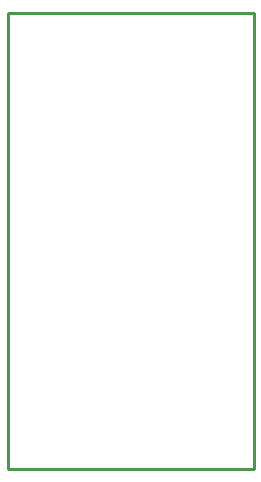
<source format=gko>
G75*
%MOIN*%
%OFA0B0*%
%FSLAX24Y24*%
%IPPOS*%
%LPD*%
%AMOC8*
5,1,8,0,0,1.08239X$1,22.5*
%
%ADD10C,0.0100*%
D10*
X000950Y000650D02*
X000950Y015850D01*
X009150Y015850D01*
X009150Y000650D01*
X000950Y000650D01*
M02*

</source>
